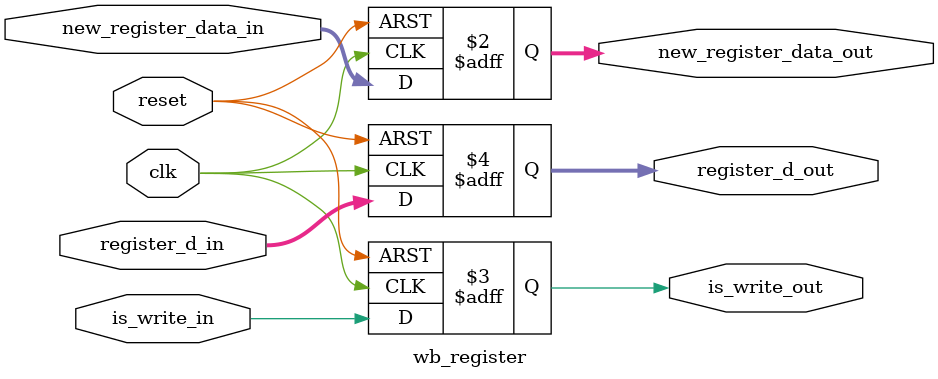
<source format=v>
module wb_register( input     clk,
                    input     reset,
                    input  wire [31:0] new_register_data_in,
                    input  wire        is_write_in,
                    input  wire [3:0]  register_d_in,
                    output  reg [31:0] new_register_data_out,
                    output  reg        is_write_out,
                    output  reg [3:0]  register_d_out);

    always @(posedge clk or posedge reset) begin
        if (reset) begin
            new_register_data_out          <= 32'b0;
            is_write_out                <= 1'b0;
            register_d_out            <= 3'b0;
        end else begin
            new_register_data_out   <= new_register_data_in;
            is_write_out            <= is_write_in;
            register_d_out          <= register_d_in;
        end
    end

endmodule

</source>
